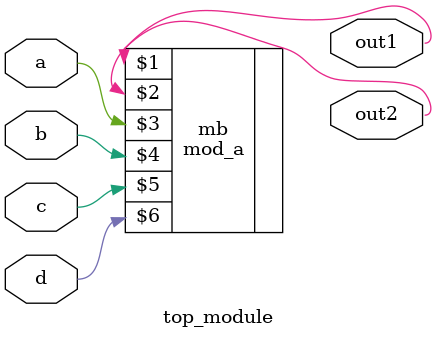
<source format=v>



module top_module ( 
    input a, 
    input b, 
    input c,
    input d,
    output out1,
    output out2
);
    mod_a mb (out1,out2,a,b,c,d);
endmodule

</source>
